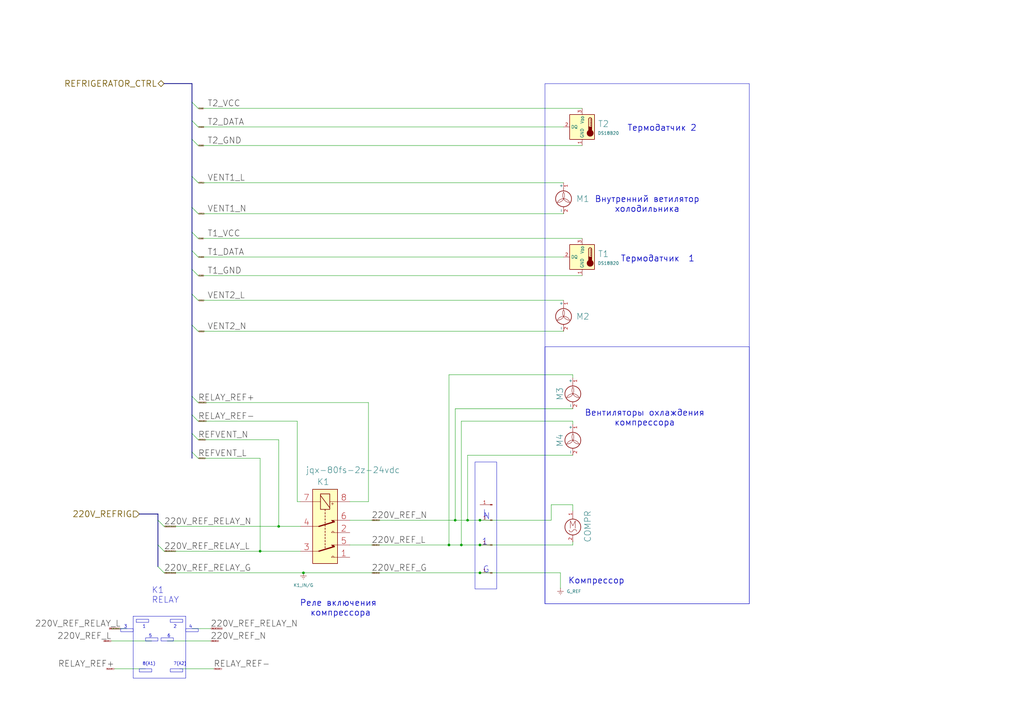
<source format=kicad_sch>
(kicad_sch (version 20250114) (generator "eeschema") (generator_version "9.0")
  (paper "A3")
  (lib_symbols
    (symbol "Connector:Conn_01x01_Pin" (pin_names (offset 1.016) (hide yes))
      (property "Reference" "J" (at 0 2.54 0))
      (property "Value" "Conn_01x01_Pin" (at 0 -2.54 0))
      (symbol "Conn_01x01_Pin_1_1"
        (rectangle (start 0.8636 0.127) (end 0 -0.127) (stroke (width 0.1524)) (fill (type outline)))
        (polyline (pts (xy 1.27 0) (xy 0.8636 0)) (stroke (width 0.1524)))
        (pin passive line (at 5.08 0 180) (length 3.81) (name "Pin_1") (number "1"))
      )
    )
    (symbol "Motor 7:Fan" (pin_names (offset 0))
      (property "Reference" "M" (at 2.54 5.08 0))
      (property "Value" "Fan" (at 2.54 -2.54 0))
      (symbol "Fan_0_1"
        (arc (start 0 3.81) (mid -0.0015 0.9048) (end -2.54 -0.508))
        (polyline (pts (xy 0 4.572) (xy 0 5.08)))
        (polyline (pts (xy 0 4.2672) (xy 0 4.6228)))
        (circle (center 0 1.016) (radius 3.2512) (stroke (width 0.254)))
        (arc (start -2.54 -0.508) (mid 0 1.0618) (end 2.54 -0.508))
        (polyline (pts (xy 0 -2.2352) (xy 0 -2.6416)))
        (polyline (pts (xy 0 -5.08) (xy 0 -4.572)))
        (arc (start 2.54 -0.508) (mid 0.047 0.9315) (end 0 3.81))
      )
      (symbol "Fan_1_1"
        (pin passive line (at 0 7.62 270) (length 2.54) (name "+") (number "1"))
        (pin passive line (at 0 -5.08 90) (length 2.54) (name "-") (number "2"))
      )
    )
    (symbol "Motor:Motor_AC" (pin_names (offset 0))
      (property "Reference" "M" (at 2.54 2.54 0))
      (property "Value" "Motor_AC" (at 2.54 -5.08 0))
      (symbol "Motor_AC_0_0"
        (polyline (pts (xy -1.016 -2.032) (xy -1.016 1.016) (xy 0 -1.016) (xy 1.016 1.016) (xy 1.016 -2.032)))
        (arc (start 0 -3.048) (mid -0.8622 -3.5222) (end -1.524 -2.794))
        (arc (start 0 -3.048) (mid 0.8657 -2.5527) (end 1.524 -3.302))
      )
      (symbol "Motor_AC_0_1"
        (polyline (pts (xy 0 2.032) (xy 0 2.54)))
        (polyline (pts (xy 0 1.7272) (xy 0 2.0828)))
        (circle (center 0 -1.524) (radius 3.2512) (stroke (width 0.254)))
        (polyline (pts (xy 0 -4.7752) (xy 0 -5.1816)))
        (polyline (pts (xy 0 -7.62) (xy 0 -7.112)))
      )
      (symbol "Motor_AC_1_1"
        (pin passive line (at 0 5.08 270) (length 2.54) (name "~") (number "1"))
        (pin passive line (at 0 -7.62 90) (length 2.54) (name "~") (number "2"))
      )
    )
    (symbol "Relay:jqx-80fs-2z-24vdc"
      (property "Reference" "K" (at 7.62 12.7 90))
      (property "Value" "jqx-80fs-2z-24vdc" (at -3.81 20.574 0))
      (symbol "jqx-80fs-2z-24vdc_0_0"
        (text "+" (at 6.731 -13.081 900) (effects (font (size 1.27 1.27))))
      )
      (symbol "jqx-80fs-2z-24vdc_0_1"
        (polyline (pts (xy -1.27 -13.97) (xy 1.905 -13.97)))
        (polyline (pts (xy 1.27 6.35) (xy -1.27 6.35)))
        (polyline (pts (xy 1.27 6.35) (xy 7.62 4.445)) (stroke (width 0.508)))
        (polyline (pts (xy 1.27 -3.81) (xy -1.27 -3.81)))
        (polyline (pts (xy 1.27 -3.81) (xy 7.62 -5.715)) (stroke (width 0.508)))
        (polyline (pts (xy 1.905 -16.51) (xy 5.715 -11.43)) (stroke (width 0.254)))
        (polyline (pts (xy 3.81 4.445) (xy 3.81 5.08)) (stroke (width 0.254)))
        (polyline (pts (xy 3.81 3.175) (xy 3.81 3.81)) (stroke (width 0.254)))
        (polyline (pts (xy 3.81 1.905) (xy 3.81 2.54)) (stroke (width 0.254)))
        (polyline (pts (xy 3.81 0.635) (xy 3.81 1.27)) (stroke (width 0.254)))
        (polyline (pts (xy 3.81 -0.635) (xy 3.81 0)) (stroke (width 0.254)))
        (polyline (pts (xy 3.81 -1.905) (xy 3.81 -1.27)) (stroke (width 0.254)))
        (polyline (pts (xy 3.81 -3.175) (xy 3.81 -2.54)) (stroke (width 0.254)))
        (polyline (pts (xy 3.81 -4.445) (xy 3.81 -3.81)) (stroke (width 0.254)))
        (polyline (pts (xy 3.81 -5.715) (xy 3.81 -5.08)) (stroke (width 0.254)))
        (polyline (pts (xy 3.81 -6.985) (xy 3.81 -6.35)) (stroke (width 0.254)))
        (polyline (pts (xy 3.81 -8.255) (xy 3.81 -7.62)) (stroke (width 0.254)))
        (polyline (pts (xy 3.81 -9.525) (xy 3.81 -8.89)) (stroke (width 0.254)))
        (polyline (pts (xy 3.81 -10.795) (xy 3.81 -10.16)) (stroke (width 0.254)))
        (rectangle (start 5.715 -17.145) (end 1.905 -10.795) (stroke (width 0.254)))
        (polyline (pts (xy 8.89 8.89) (xy 6.35 8.89) (xy 6.985 8.255) (xy 7.62 8.89)))
        (polyline (pts (xy 8.89 3.81) (xy 6.35 3.81) (xy 6.985 4.445) (xy 7.62 3.81)) (fill (type outline)))
        (polyline (pts (xy 8.89 -1.27) (xy 6.35 -1.27) (xy 6.985 -1.905) (xy 7.62 -1.27)))
        (polyline (pts (xy 8.89 -6.35) (xy 6.35 -6.35) (xy 6.985 -5.715) (xy 7.62 -6.35)) (fill (type outline)))
        (polyline (pts (xy 8.89 -13.97) (xy 5.715 -13.97)))
        (rectangle (start 8.89 -19.05) (end -1.27 11.43) (stroke (width 0.254)) (fill (type background)))
      )
      (symbol "jqx-80fs-2z-24vdc_1_1"
        (pin passive line (at -6.35 -13.97 0) (length 5) (name "~") (number "7"))
        (pin passive line (at -6.27 6.35 0) (length 5) (name "~") (number "3"))
        (pin passive line (at -6.27 -3.81 0) (length 5) (name "~") (number "4"))
        (pin passive line (at 13.97 8.89 180) (length 5) (name "~") (number "1"))
        (pin passive line (at 13.97 3.81 180) (length 5) (name "~") (number "5"))
        (pin passive line (at 13.97 -1.27 180) (length 5) (name "~") (number "2"))
        (pin passive line (at 13.97 -6.35 180) (length 5) (name "~") (number "6"))
        (pin passive line (at 13.97 -13.97 180) (length 5) (name "~") (number "8"))
      )
    )
    (symbol "Sensor_Temperature:DS18B20"
      (property "Reference" "U" (at -3.81 6.35 0))
      (property "Value" "DS18B20" (at 6.35 6.35 0))
      (symbol "DS18B20_0_1"
        (rectangle (start -5.08 5.08) (end 5.08 -5.08) (stroke (width 0.254)) (fill (type background)))
        (polyline (pts (xy -3.937 3.175) (xy -3.937 0)) (stroke (width 0.254)))
        (polyline (pts (xy -3.937 3.175) (xy -3.302 3.175)) (stroke (width 0.254)))
        (polyline (pts (xy -3.937 2.54) (xy -3.302 2.54)) (stroke (width 0.254)))
        (polyline (pts (xy -3.937 1.905) (xy -3.302 1.905)) (stroke (width 0.254)))
        (polyline (pts (xy -3.937 1.27) (xy -3.302 1.27)) (stroke (width 0.254)))
        (polyline (pts (xy -3.937 0.635) (xy -3.302 0.635)) (stroke (width 0.254)))
        (arc (start -3.937 3.175) (mid -3.302 3.8073) (end -2.667 3.175) (stroke (width 0.254)))
        (circle (center -3.302 -2.54) (radius 1.27) (stroke (width 0.254)) (fill (type outline)))
        (polyline (pts (xy -2.667 3.175) (xy -2.667 0)) (stroke (width 0.254)))
        (rectangle (start -2.667 -1.905) (end -3.937 0) (stroke (width 0.254)) (fill (type outline)))
      )
      (symbol "DS18B20_1_1"
        (pin power_in line (at 0 7.62 270) (length 2.54) (name "V_{DD}") (number "3"))
        (pin power_in line (at 0 -7.62 90) (length 2.54) (name "GND") (number "1"))
        (pin bidirectional line (at 7.62 0 180) (length 2.54) (name "DQ") (number "2"))
      )
    )
    (symbol "power:Earth" (power) (pin_numbers (hide yes)) (pin_names (offset 0) (hide yes))
      (property "Value" "Earth" (at 0 -3.81 0))
      (symbol "Earth_0_1"
        (polyline (pts (xy -0.635 -1.905) (xy 0.635 -1.905)))
        (polyline (pts (xy -0.127 -2.54) (xy 0.127 -2.54)))
        (polyline (pts (xy 0 -1.27) (xy 0 0)))
        (polyline (pts (xy 1.27 -1.27) (xy -1.27 -1.27)))
      )
      (symbol "Earth_1_1"
        (pin power_in line (at 0 0 270) (length 0) (name "~") (number "1"))
      )
    )
  )
  (rectangle (start 66.04 261.62) (end 71.12 262.89))
  (rectangle (start 223.52 34.29) (end 307.34 247.65))
  (rectangle (start 76.2 257.81) (end 81.28 259.08))
  (rectangle (start 57.15 274.32) (end 62.23 275.59))
  (rectangle (start 59.69 261.62) (end 64.77 262.89))
  (rectangle (start 223.52 142.24) (end 307.34 247.65))
  (rectangle (start 194.818 189.484) (end 203.708 241.554))
  (rectangle (start 69.85 274.32) (end 74.93 275.59))
  (rectangle (start 55.88 254) (end 60.96 255.27))
  (rectangle (start 69.85 254) (end 74.93 255.27))
  (rectangle (start 49.53 257.81) (end 54.61 259.08))
  (rectangle (start 54.61 252.73) (end 76.2 278.13))
  (text "G" (at 199.39 233.68 0) (effects (font (size 2.54 2.54))))
  (text "L" (at 199.136 210.566 0) (effects (font (size 2.54 2.54))))
  (text "6" (at 68.58 261.62 0) (effects (font (size 1.27 1.27)) (justify left bottom)))
  (text "N" (at 199.644 211.836 0) (effects (font (size 2.54 2.54))))
  (text "5" (at 60.96 261.62 0) (effects (font (size 1.27 1.27)) (justify left bottom)))
  (text "4" (at 77.47 257.81 0) (effects (font (size 1.27 1.27)) (justify left bottom)))
  (text "Внутренний ветилятор\nхолодильника" (at 265.43 83.82 0) (effects (font (size 2.5 2.5) (thickness 0.254) (bold yes))))
  (text "Термодатчик 2" (at 271.526 52.578 0) (effects (font (size 2.5 2.5) (thickness 0.254) (bold yes))))
  (text "8(A1)" (at 58.42 273.05 0) (effects (font (size 1.27 1.27)) (justify left bottom)))
  (text "3" (at 50.8 257.81 0) (effects (font (size 1.27 1.27)) (justify left bottom)))
  (text "1" (at 198.882 222.25 0) (effects (font (size 2.54 2.54))))
  (text "Компрессор" (at 244.602 238.252 0) (effects (font (size 2.5 2.5) (thickness 0.254) (bold yes))))
  (text "Реле включения \nкомпрессора" (at 139.7 249.428 0) (effects (font (size 2.5 2.5) (thickness 0.254) (bold yes))))
  (text "Вентиляторы охлаждения\nкомпрессора" (at 264.414 171.45 0) (effects (font (size 2.5 2.5) (thickness 0.254) (bold yes))))
  (text "2" (at 71.12 257.81 0) (effects (font (size 1.27 1.27)) (justify left bottom)))
  (text "7(A2)" (at 71.12 273.05 0) (effects (font (size 1.27 1.27)) (justify left bottom)))
  (text "K1\nRELAY" (at 62.23 247.65 0) (effects (font (size 2.5 2.5)) (justify left bottom)))
  (text "Термодатчик  1" (at 269.748 106.172 0) (effects (font (size 2.5 2.5) (thickness 0.254) (bold yes))))
  (text "1" (at 58.42 257.81 0) (effects (font (size 1.27 1.27)) (justify left bottom)))
  (junction (at 191.77 213.36))
  (junction (at 114.3 215.9))
  (junction (at 196.85 234.95))
  (junction (at 189.23 223.52))
  (junction (at 106.68 226.06))
  (junction (at 196.85 223.52))
  (junction (at 196.85 213.36))
  (junction (at 184.15 223.52))
  (junction (at 186.69 213.36))
  (junction (at 124.46 234.95))
  (bus_entry (at 78.74 185.42) (size 2.54 2.54))
  (bus_entry (at 64.77 232.41) (size 2.54 2.54))
  (bus_entry (at 78.74 110.49) (size 2.54 2.54))
  (bus_entry (at 78.74 170.18) (size 2.54 2.54))
  (bus_entry (at 78.74 85.09) (size 2.54 2.54))
  (bus_entry (at 78.74 177.8) (size 2.54 2.54))
  (bus_entry (at 78.74 41.91) (size 2.54 2.54))
  (bus_entry (at 64.77 213.36) (size 2.54 2.54))
  (bus_entry (at 78.74 95.25) (size 2.54 2.54))
  (bus_entry (at 78.74 102.87) (size 2.54 2.54))
  (bus_entry (at 78.74 162.56) (size 2.54 2.54))
  (bus_entry (at 78.74 72.39) (size 2.54 2.54))
  (bus_entry (at 78.74 57.15) (size 2.54 2.54))
  (bus_entry (at 64.77 223.52) (size 2.54 2.54))
  (bus_entry (at 78.74 49.53) (size 2.54 2.54))
  (bus_entry (at 78.74 120.65) (size 2.54 2.54))
  (bus_entry (at 78.74 133.35) (size 2.54 2.54))
  (wire (pts (xy 196.85 223.52) (xy 234.95 223.52)))
  (wire (pts (xy 186.69 213.36) (xy 191.77 213.36)))
  (wire (pts (xy 45.72 262.89) (xy 62.23 262.89)))
  (wire (pts (xy 81.28 165.1) (xy 151.13 165.1)))
  (bus (pts (xy 78.74 162.56) (xy 78.74 170.18)))
  (wire (pts (xy 121.92 172.72) (xy 121.92 205.74)))
  (wire (pts (xy 234.95 153.67) (xy 234.95 154.94)))
  (bus (pts (xy 78.74 41.91) (xy 78.74 49.53)))
  (wire (pts (xy 81.28 59.69) (xy 238.76 59.69)))
  (wire (pts (xy 45.72 257.81) (xy 52.07 257.81)))
  (wire (pts (xy 189.23 223.52) (xy 196.85 223.52)))
  (wire (pts (xy 234.95 172.72) (xy 234.95 173.99)))
  (bus (pts (xy 78.74 120.65) (xy 78.74 133.35)))
  (wire (pts (xy 114.3 215.9) (xy 123.27 215.9)))
  (bus (pts (xy 78.74 133.35) (xy 78.74 162.56)))
  (wire (pts (xy 186.69 167.64) (xy 234.95 167.64)))
  (wire (pts (xy 229.87 241.3) (xy 229.87 234.95)))
  (wire (pts (xy 143.51 205.74) (xy 151.13 205.74)))
  (wire (pts (xy 124.46 234.95) (xy 196.85 234.95)))
  (wire (pts (xy 226.06 207.01) (xy 226.06 213.36)))
  (bus (pts (xy 78.74 177.8) (xy 78.74 185.42)))
  (wire (pts (xy 81.28 135.89) (xy 231.14 135.89)))
  (wire (pts (xy 81.28 74.93) (xy 231.14 74.93)))
  (wire (pts (xy 73.66 274.32) (xy 87.63 274.32)))
  (wire (pts (xy 229.87 234.95) (xy 196.85 234.95)))
  (wire (pts (xy 191.77 186.69) (xy 191.77 213.36)))
  (wire (pts (xy 81.28 52.07) (xy 231.14 52.07)))
  (wire (pts (xy 67.31 234.95) (xy 124.46 234.95)))
  (wire (pts (xy 191.77 213.36) (xy 196.85 213.36)))
  (wire (pts (xy 78.74 257.81) (xy 86.36 257.81)))
  (wire (pts (xy 81.28 123.19) (xy 231.14 123.19)))
  (wire (pts (xy 184.15 223.52) (xy 189.23 223.52)))
  (bus (pts (xy 78.74 170.18) (xy 78.74 177.8)))
  (wire (pts (xy 189.23 172.72) (xy 189.23 223.52)))
  (wire (pts (xy 234.95 222.25) (xy 234.95 223.52)))
  (wire (pts (xy 81.28 187.96) (xy 106.68 187.96)))
  (bus (pts (xy 78.74 95.25) (xy 78.74 102.87)))
  (wire (pts (xy 234.95 209.55) (xy 234.95 207.01)))
  (wire (pts (xy 196.85 213.36) (xy 226.06 213.36)))
  (bus (pts (xy 78.74 110.49) (xy 78.74 120.65)))
  (wire (pts (xy 234.95 186.69) (xy 191.77 186.69)))
  (wire (pts (xy 186.69 167.64) (xy 186.69 213.36)))
  (wire (pts (xy 234.95 207.01) (xy 226.06 207.01)))
  (bus (pts (xy 78.74 49.53) (xy 78.74 57.15)))
  (wire (pts (xy 106.68 226.06) (xy 123.27 226.06)))
  (wire (pts (xy 114.3 180.34) (xy 114.3 215.9)))
  (wire (pts (xy 81.28 113.03) (xy 238.76 113.03)))
  (bus (pts (xy 64.77 223.52) (xy 64.77 232.41)))
  (bus (pts (xy 78.74 185.42) (xy 78.74 187.96)))
  (wire (pts (xy 106.68 187.96) (xy 106.68 226.06)))
  (wire (pts (xy 81.28 180.34) (xy 114.3 180.34)))
  (wire (pts (xy 143.51 223.52) (xy 184.15 223.52)))
  (bus (pts (xy 78.74 72.39) (xy 78.74 85.09)))
  (wire (pts (xy 184.15 153.67) (xy 234.95 153.67)))
  (wire (pts (xy 68.58 262.89) (xy 86.36 262.89)))
  (bus (pts (xy 64.77 210.82) (xy 64.77 213.36)))
  (bus (pts (xy 78.74 34.29) (xy 78.74 41.91)))
  (wire (pts (xy 81.28 172.72) (xy 121.92 172.72)))
  (bus (pts (xy 57.15 210.82) (xy 64.77 210.82)))
  (bus (pts (xy 78.74 57.15) (xy 78.74 72.39)))
  (bus (pts (xy 78.74 85.09) (xy 78.74 95.25)))
  (bus (pts (xy 78.74 102.87) (xy 78.74 110.49)))
  (wire (pts (xy 151.13 205.74) (xy 151.13 165.1)))
  (wire (pts (xy 184.15 153.67) (xy 184.15 223.52)))
  (bus (pts (xy 78.74 34.29) (xy 67.31 34.29)))
  (wire (pts (xy 81.28 44.45) (xy 238.76 44.45)))
  (wire (pts (xy 189.23 172.72) (xy 234.95 172.72)))
  (wire (pts (xy 67.31 215.9) (xy 114.3 215.9)))
  (bus (pts (xy 64.77 213.36) (xy 64.77 223.52)))
  (wire (pts (xy 143.51 213.36) (xy 186.69 213.36)))
  (wire (pts (xy 81.28 97.79) (xy 238.76 97.79)))
  (wire (pts (xy 81.28 105.41) (xy 231.14 105.41)))
  (wire (pts (xy 67.31 226.06) (xy 106.68 226.06)))
  (wire (pts (xy 46.99 274.32) (xy 59.69 274.32)))
  (wire (pts (xy 81.28 87.63) (xy 231.14 87.63)))
  (wire (pts (xy 121.92 205.74) (xy 123.19 205.74)))
  (label "REFVENT_N" (at 81.28 180.34 0) (effects (font (size 2.5 2.5))))
  (label "RELAY_REF+" (at 46.99 274.32 180) (effects (font (size 2.5 2.5))))
  (label "REFVENT_L" (at 81.28 187.96 0) (effects (font (size 2.5 2.5))))
  (label "220V_REF_L" (at 152.4 223.52 0) (effects (font (size 2.5 2.5))))
  (label "220V_REF_N" (at 152.4 213.36 0) (effects (font (size 2.5 2.5))))
  (label "VENT2_L" (at 85.09 123.19 0) (effects (font (size 2.5 2.5))))
  (label "VENT1_L" (at 85.09 74.93 0) (effects (font (size 2.5 2.5))))
  (label "T2_GND" (at 85.09 59.69 0) (effects (font (size 2.5 2.5))))
  (label "220V_REF_N" (at 86.36 262.89 0) (effects (font (size 2.5 2.5))))
  (label "T1_GND" (at 85.09 113.03 0) (effects (font (size 2.5 2.5))))
  (label "220V_REF_G" (at 152.4 234.95 0) (effects (font (size 2.5 2.5))))
  (label "RELAY_REF-" (at 87.63 274.32 0) (effects (font (size 2.5 2.5))))
  (label "T2_DATA" (at 85.09 52.07 0) (effects (font (size 2.5 2.5))))
  (label "220V_REF_RELAY_L" (at 49.53 257.81 180) (effects (font (size 2.5 2.5))))
  (label "220V_REF_L" (at 45.72 262.89 180) (effects (font (size 2.5 2.5))))
  (label "220V_REF_RELAY_G" (at 67.31 234.95 0) (effects (font (size 2.5 2.5))))
  (label "T1_VCC" (at 85.09 97.79 0) (effects (font (size 2.5 2.5))))
  (label "RELAY_REF+" (at 81.28 165.1 0) (effects (font (size 2.5 2.5))))
  (label "220V_REF_RELAY_N" (at 86.36 257.81 0) (effects (font (size 2.5 2.5))))
  (label "VENT2_N" (at 85.09 135.89 0) (effects (font (size 2.5 2.5))))
  (label "220V_REF_RELAY_L" (at 67.31 226.06 0) (effects (font (size 2.5 2.5))))
  (label "VENT1_N" (at 85.09 87.63 0) (effects (font (size 2.5 2.5))))
  (label "T1_DATA" (at 85.09 105.41 0) (effects (font (size 2.5 2.5))))
  (label "T2_VCC" (at 85.09 44.45 0) (effects (font (size 2.5 2.5))))
  (label "RELAY_REF-" (at 81.28 172.72 0) (effects (font (size 2.5 2.5))))
  (label "220V_REF_RELAY_N" (at 67.31 215.9 0) (effects (font (size 2.5 2.5))))
  (global_label "220V_REF_N" (shape input) (at 86.36 262.89 0) (effects (font (size 0.3 0.3))) (property "Intersheetrefs" "${INTERSHEET_REFS}" (effects (hide yes))))
  (global_label "RELAY_REF+" (shape input) (at 46.99 274.32 180) (effects (font (size 0.3 0.3))) (property "Intersheetrefs" "${INTERSHEET_REFS}" (effects (hide yes))))
  (global_label "RELAY_REF-" (shape input) (at 81.28 172.72 0) (effects (font (size 0.3 0.3))) (property "Intersheetrefs" "${INTERSHEET_REFS}" (effects (hide yes))))
  (global_label "T1_GND" (shape input) (at 81.28 113.03 0) (effects (font (size 0.3 0.3))) (property "Intersheetrefs" "${INTERSHEET_REFS}" (effects (hide yes))))
  (global_label "RELAY_REF+" (shape input) (at 81.28 165.1 0) (effects (font (size 0.3 0.3))) (property "Intersheetrefs" "${INTERSHEET_REFS}" (effects (hide yes))))
  (global_label "220V_REF_N" (shape input) (at 152.4 213.36 0) (effects (font (size 0.3 0.3))) (property "Intersheetrefs" "${INTERSHEET_REFS}" (effects (hide yes))))
  (global_label "RELAY_REF-" (shape input) (at 87.63 274.32 0) (effects (font (size 0.3 0.3))) (property "Intersheetrefs" "${INTERSHEET_REFS}" (effects (hide yes))))
  (global_label "VENT2_N" (shape input) (at 81.28 135.89 0) (effects (font (size 0.3 0.3))) (property "Intersheetrefs" "${INTERSHEET_REFS}" (effects (hide yes))))
  (global_label "220V_REF_RELAY_N" (shape input) (at 86.36 257.81 0) (effects (font (size 0.3 0.3))) (property "Intersheetrefs" "${INTERSHEET_REFS}" (effects (hide yes))))
  (global_label "220V_REF_L" (shape input) (at 152.4 223.52 0) (effects (font (size 0.3 0.3))) (property "Intersheetrefs" "${INTERSHEET_REFS}" (effects (hide yes))))
  (global_label "220V_REF_RELAY_N" (shape input) (at 67.31 215.9 0) (effects (font (size 0.3 0.3))) (property "Intersheetrefs" "${INTERSHEET_REFS}" (effects (hide yes))))
  (global_label "VENT2_L" (shape input) (at 81.28 123.19 0) (effects (font (size 0.3 0.3))) (property "Intersheetrefs" "${INTERSHEET_REFS}" (effects (hide yes))))
  (global_label "VENT1_L" (shape input) (at 81.28 74.93 0) (effects (font (size 0.3 0.3))) (property "Intersheetrefs" "${INTERSHEET_REFS}" (effects (hide yes))))
  (global_label "220V_REF_RELAY_L" (shape input) (at 67.31 226.06 0) (effects (font (size 0.3 0.3))) (property "Intersheetrefs" "${INTERSHEET_REFS}" (effects (hide yes))))
  (global_label "REFVENT_N" (shape input) (at 81.28 180.34 0) (effects (font (size 0.3 0.3))) (property "Intersheetrefs" "${INTERSHEET_REFS}" (effects (hide yes))))
  (global_label "T2_GND" (shape input) (at 81.28 59.69 0) (effects (font (size 0.3 0.3))) (property "Intersheetrefs" "${INTERSHEET_REFS}" (effects (hide yes))))
  (global_label "T2_VCC" (shape input) (at 81.28 44.45 0) (effects (font (size 0.3 0.3))) (property "Intersheetrefs" "${INTERSHEET_REFS}" (effects (hide yes))))
  (global_label "T1_DATA" (shape input) (at 81.28 105.41 0) (effects (font (size 0.3 0.3))) (property "Intersheetrefs" "${INTERSHEET_REFS}" (effects (hide yes))))
  (global_label "220V_REF_L" (shape input) (at 45.72 262.89 180) (effects (font (size 0.3 0.3))) (property "Intersheetrefs" "${INTERSHEET_REFS}" (effects (hide yes))))
  (global_label "220V_REF_RELAY_L" (shape input) (at 49.53 257.81 180) (effects (font (size 0.3 0.3))) (property "Intersheetrefs" "${INTERSHEET_REFS}" (effects (hide yes))))
  (global_label "T2_DATA" (shape input) (at 81.28 52.07 0) (effects (font (size 0.3 0.3))) (property "Intersheetrefs" "${INTERSHEET_REFS}" (effects (hide yes))))
  (global_label "220V_REF_G" (shape input) (at 152.4 234.95 0) (effects (font (size 0.3 0.3))) (property "Intersheetrefs" "${INTERSHEET_REFS}" (effects (hide yes))))
  (global_label "T1_VCC" (shape input) (at 81.28 97.79 0) (effects (font (size 0.3 0.3))) (property "Intersheetrefs" "${INTERSHEET_REFS}" (effects (hide yes))))
  (global_label "REFVENT_L" (shape input) (at 81.28 187.96 0) (effects (font (size 0.3 0.3))) (property "Intersheetrefs" "${INTERSHEET_REFS}" (effects (hide yes))))
  (global_label "220V_REF_RELAY_G" (shape input) (at 67.31 234.95 0) (effects (font (size 0.3 0.3))) (property "Intersheetrefs" "${INTERSHEET_REFS}" (effects (hide yes))))
  (global_label "VENT1_N" (shape input) (at 81.28 87.63 0) (effects (font (size 0.3 0.3))) (property "Intersheetrefs" "${INTERSHEET_REFS}" (effects (hide yes))))
  (hierarchical_label "220V_REFRIG" (shape input) (at 57.15 210.82 180) (effects (font (size 2.5 2.5) (thickness 0.254) (bold yes))))
  (hierarchical_label "REFRIGERATOR_CTRL" (shape bidirectional) (at 67.31 34.29 180) (effects (font (size 2.5 2.5) (thickness 0.254) (bold yes))))
  (symbol (lib_id "Sensor_Temperature:DS18B20") (at 238.76 105.41 0) (mirror y) (unit 1)
    (property "Reference" "T1" (at 245.11 104.1399 0) (effects (font (size 2.54 2.54)) (justify right)))
    (property "Value" "DS18B20" (at 245.11 107.9499 0) (effects (justify right)))
    (property "Footprint" "Package_TO_SOT_THT:TO-92_Inline" (effects (hide yes)))
    (property "Datasheet" "http://datasheets.maximintegrated.com/en/ds/DS18B20.pdf" (effects (hide yes)))
    (property "Description" "Programmable Resolution 1-Wire Digital Thermometer TO-92" (effects (hide yes)))
  )
  (symbol (lib_id "power:Earth") (at 124.46 234.95 0) (unit 1)
    (property "Reference" "#PWR015" (effects (hide yes)))
    (property "Value" "K1_IN/G" (at 124.46 240.03 0))
    (property "Description" "Power symbol creates a global label with name \"Earth\"" (effects (hide yes)))
  )
  (symbol (lib_id "Motor 7:Fan") (at 234.95 181.61 0) (unit 1)
    (property "Reference" "M4" (at 229.616 180.594 90) (effects (font (size 2.5 2.5))))
    (property "Value" "Fan" (effects (hide yes)))
    (property "Description" "Fan" (effects (hide yes)))
  )
  (symbol (lib_id "Connector:Conn_01x01_Pin") (at 201.93 213.36 180) (unit 1)
    (property "Reference" "J15" (effects (hide yes)))
    (property "Value" "Conn_01x01_Pin" (effects (hide yes)))
    (property "Description" "Generic connector, single row, 01x01, script generated" (effects (hide yes)))
  )
  (symbol (lib_id "power:Earth") (at 229.87 241.3 0) (unit 1)
    (property "Reference" "#PWR014" (effects (hide yes)))
    (property "Value" "G_REF" (at 232.41 242.5699 0) (effects (justify left)))
    (property "Description" "Power symbol creates a global label with name \"Earth\"" (effects (hide yes)))
  )
  (symbol (lib_id "Sensor_Temperature:DS18B20") (at 238.76 52.07 0) (mirror y) (unit 1)
    (property "Reference" "T2" (at 245.11 50.7999 0) (effects (font (size 2.54 2.54)) (justify right)))
    (property "Value" "DS18B20" (at 245.11 54.6099 0) (effects (justify right)))
    (property "Footprint" "Package_TO_SOT_THT:TO-92_Inline" (effects (hide yes)))
    (property "Datasheet" "http://datasheets.maximintegrated.com/en/ds/DS18B20.pdf" (effects (hide yes)))
    (property "Description" "Programmable Resolution 1-Wire Digital Thermometer TO-92" (effects (hide yes)))
  )
  (symbol (lib_id "Motor 7:Fan") (at 234.95 162.56 0) (unit 1)
    (property "Reference" "M3" (at 229.616 161.544 90) (effects (font (size 2.5 2.5))))
    (property "Value" "Fan" (effects (hide yes)))
    (property "Description" "Fan" (effects (hide yes)))
  )
  (symbol (lib_id "Motor:Motor_AC") (at 234.95 214.63 0) (unit 1)
    (property "Reference" "COMPR" (at 241.046 215.9 90) (effects (font (size 2.5 2.5))))
    (property "Value" "Motor_AC" (effects (hide yes)))
    (property "Description" "AC Motor" (effects (hide yes)))
  )
  (symbol (lib_id "Connector:Conn_01x01_Pin") (at 201.93 223.52 180) (unit 1)
    (property "Reference" "J14" (effects (hide yes)))
    (property "Value" "Conn_01x01_Pin" (effects (hide yes)))
    (property "Description" "Generic connector, single row, 01x01, script generated" (effects (hide yes)))
  )
  (symbol (lib_id "Motor 7:Fan") (at 231.14 82.55 0) (unit 1)
    (property "Reference" "M1" (at 236.22 81.534 0) (effects (font (size 2.5 2.5)) (justify left)))
    (property "Value" "Fan" (effects (hide yes)))
    (property "Description" "Fan" (effects (hide yes)))
  )
  (symbol (lib_id "Relay:jqx-80fs-2z-24vdc") (at 129.54 219.71 0) (mirror x) (unit 1)
    (property "Reference" "K1" (at 132.588 197.612 0) (effects (font (size 2.5 2.5))))
    (property "Value" "jqx-80fs-2z-24vdc" (at 144.78 192.786 0) (effects (font (size 2.5 2.5))))
    (property "Datasheet" "https://www.sktech.ru/rele/elektromagnitnye/jqx-80fs-2z-24vdc/?ysclid=m67o53td7l559242399" (effects (hide yes)))
  )
  (symbol (lib_id "Motor 7:Fan") (at 231.14 130.81 0) (unit 1)
    (property "Reference" "M2" (at 236.22 129.794 0) (effects (font (size 2.5 2.5)) (justify left)))
    (property "Value" "Fan" (effects (hide yes)))
    (property "Description" "Fan" (effects (hide yes)))
  )
  (symbol (lib_id "Connector:Conn_01x01_Pin") (at 201.93 234.95 180) (unit 1)
    (property "Reference" "J13" (effects (hide yes)))
    (property "Value" "Conn_01x01_Pin" (effects (hide yes)))
    (property "Description" "Generic connector, single row, 01x01, script generated" (effects (hide yes)))
  )
  (symbol (lib_id "Connector:Conn_01x01_Pin") (at 201.93 207.01 180) (unit 1)
    (property "Reference" "J16" (effects (hide yes)))
    (property "Value" "Conn_01x01_Pin" (effects (hide yes)))
    (property "Description" "Generic connector, single row, 01x01, script generated" (effects (hide yes)))
  )
)
</source>
